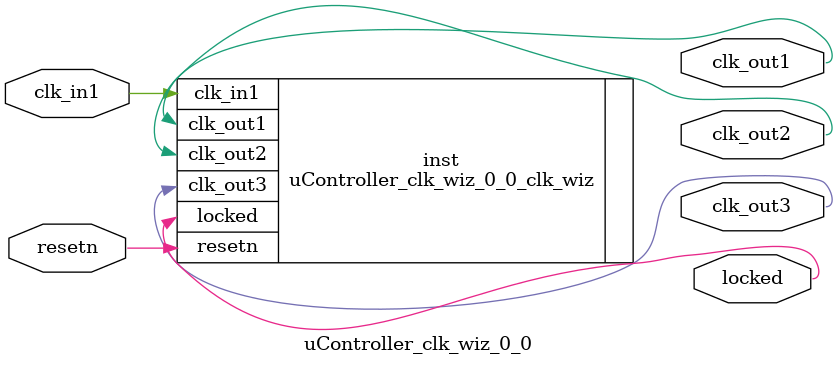
<source format=v>


`timescale 1ps/1ps

(* CORE_GENERATION_INFO = "uController_clk_wiz_0_0,clk_wiz_v6_0_11_0_0,{component_name=uController_clk_wiz_0_0,use_phase_alignment=true,use_min_o_jitter=false,use_max_i_jitter=false,use_dyn_phase_shift=false,use_inclk_switchover=false,use_dyn_reconfig=false,enable_axi=0,feedback_source=FDBK_AUTO,PRIMITIVE=MMCM,num_out_clk=3,clkin1_period=83.333,clkin2_period=10.000,use_power_down=false,use_reset=true,use_locked=true,use_inclk_stopped=false,feedback_type=SINGLE,CLOCK_MGR_TYPE=NA,manual_override=false}" *)

module uController_clk_wiz_0_0 
 (
  // Clock out ports
  output        clk_out1,
  output        clk_out2,
  output        clk_out3,
  // Status and control signals
  input         resetn,
  output        locked,
 // Clock in ports
  input         clk_in1
 );

  uController_clk_wiz_0_0_clk_wiz inst
  (
  // Clock out ports  
  .clk_out1(clk_out1),
  .clk_out2(clk_out2),
  .clk_out3(clk_out3),
  // Status and control signals               
  .resetn(resetn), 
  .locked(locked),
 // Clock in ports
  .clk_in1(clk_in1)
  );

endmodule

</source>
